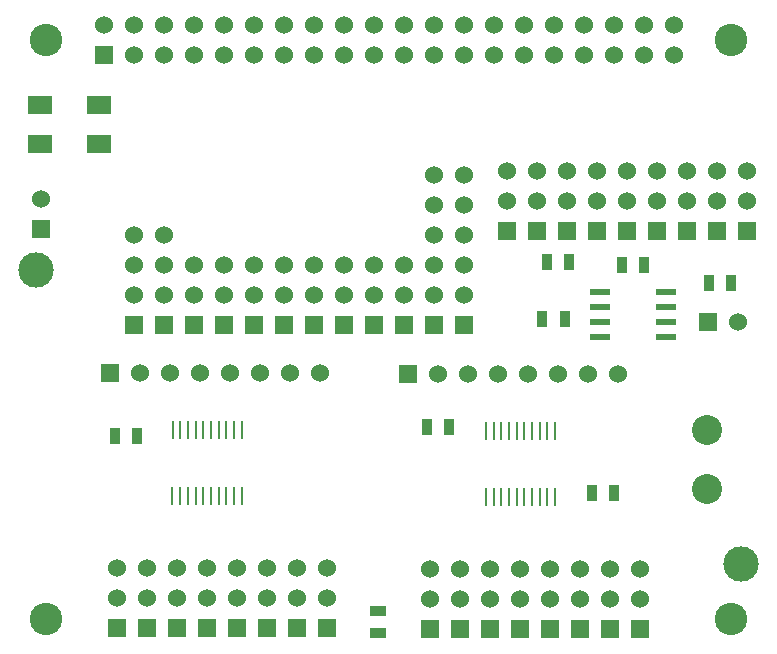
<source format=gts>
G04 (created by PCBNEW (2013-07-07 BZR 4022)-stable) date 3/5/2015 7:40:27 AM*
%MOIN*%
G04 Gerber Fmt 3.4, Leading zero omitted, Abs format*
%FSLAX34Y34*%
G01*
G70*
G90*
G04 APERTURE LIST*
%ADD10C,0.00590551*%
%ADD11R,0.06X0.06*%
%ADD12C,0.06*%
%ADD13R,0.08X0.06*%
%ADD14C,0.108268*%
%ADD15R,0.00984252X0.0610236*%
%ADD16R,0.035X0.055*%
%ADD17R,0.055X0.035*%
%ADD18R,0.065X0.0236*%
%ADD19C,0.11811*%
%ADD20C,0.1*%
G04 APERTURE END LIST*
G54D10*
G54D11*
X5295Y-10877D03*
G54D12*
X5295Y-9877D03*
X5295Y-8877D03*
X5295Y-7877D03*
G54D11*
X7295Y-10877D03*
G54D12*
X7295Y-9877D03*
X7295Y-8877D03*
G54D11*
X9295Y-10877D03*
G54D12*
X9295Y-9877D03*
X9295Y-8877D03*
G54D11*
X11295Y-10877D03*
G54D12*
X11295Y-9877D03*
X11295Y-8877D03*
G54D11*
X13295Y-10877D03*
G54D12*
X13295Y-9877D03*
X13295Y-8877D03*
G54D11*
X10295Y-10877D03*
G54D12*
X10295Y-9877D03*
X10295Y-8877D03*
G54D11*
X12295Y-10877D03*
G54D12*
X12295Y-9877D03*
X12295Y-8877D03*
G54D11*
X15295Y-10877D03*
G54D12*
X15295Y-9877D03*
X15295Y-8877D03*
X15295Y-7877D03*
X15295Y-6877D03*
X15295Y-5877D03*
G54D11*
X4295Y-10877D03*
G54D12*
X4295Y-9877D03*
X4295Y-8877D03*
X4295Y-7877D03*
G54D11*
X8295Y-10877D03*
G54D12*
X8295Y-9877D03*
X8295Y-8877D03*
G54D11*
X14295Y-10877D03*
G54D12*
X14295Y-9877D03*
X14295Y-8877D03*
X14295Y-7877D03*
X14295Y-6877D03*
X14295Y-5877D03*
G54D13*
X3150Y-3550D03*
X3150Y-4850D03*
G54D11*
X16750Y-7750D03*
G54D12*
X16750Y-6750D03*
X16750Y-5750D03*
G54D11*
X17750Y-7750D03*
G54D12*
X17750Y-6750D03*
X17750Y-5750D03*
G54D11*
X19750Y-7750D03*
G54D12*
X19750Y-6750D03*
X19750Y-5750D03*
G54D11*
X20750Y-7750D03*
G54D12*
X20750Y-6750D03*
X20750Y-5750D03*
G54D11*
X22750Y-7750D03*
G54D12*
X22750Y-6750D03*
X22750Y-5750D03*
G54D11*
X18750Y-7750D03*
G54D12*
X18750Y-6750D03*
X18750Y-5750D03*
G54D11*
X21750Y-7750D03*
G54D12*
X21750Y-6750D03*
X21750Y-5750D03*
G54D11*
X23750Y-7750D03*
G54D12*
X23750Y-6750D03*
X23750Y-5750D03*
G54D11*
X24750Y-7750D03*
G54D12*
X24750Y-6750D03*
X24750Y-5750D03*
G54D11*
X3295Y-1877D03*
G54D12*
X3295Y-877D03*
X8295Y-1877D03*
X4295Y-877D03*
X9295Y-1877D03*
X5295Y-877D03*
X10295Y-1877D03*
X6295Y-877D03*
X11295Y-1877D03*
X7295Y-877D03*
X12295Y-1877D03*
X8295Y-877D03*
X13295Y-1877D03*
X9295Y-877D03*
X14295Y-1877D03*
X10295Y-877D03*
X15295Y-1877D03*
X11295Y-877D03*
X16295Y-1877D03*
X12295Y-877D03*
X17295Y-1877D03*
X13295Y-877D03*
X18295Y-1877D03*
X14295Y-877D03*
X15295Y-877D03*
X19295Y-1877D03*
X16295Y-877D03*
X18295Y-877D03*
X19295Y-877D03*
X20295Y-877D03*
X21295Y-877D03*
X20295Y-1877D03*
X21295Y-1877D03*
X4295Y-1877D03*
X5295Y-1877D03*
X6295Y-1877D03*
X7295Y-1877D03*
X22295Y-1877D03*
X22295Y-877D03*
X17295Y-877D03*
G54D11*
X6295Y-10877D03*
G54D12*
X6295Y-9877D03*
X6295Y-8877D03*
X8500Y-12500D03*
X7500Y-12500D03*
G54D11*
X3500Y-12500D03*
G54D12*
X4500Y-12500D03*
X5500Y-12500D03*
X6500Y-12500D03*
X9500Y-12500D03*
X10500Y-12500D03*
G54D14*
X24212Y-20669D03*
X1377Y-20669D03*
X24212Y-1377D03*
X1377Y-1377D03*
G54D11*
X10750Y-21000D03*
G54D12*
X10750Y-20000D03*
X10750Y-19000D03*
G54D11*
X9750Y-21000D03*
G54D12*
X9750Y-20000D03*
X9750Y-19000D03*
G54D11*
X8750Y-21000D03*
G54D12*
X8750Y-20000D03*
X8750Y-19000D03*
G54D11*
X7750Y-21000D03*
G54D12*
X7750Y-20000D03*
X7750Y-19000D03*
G54D11*
X6750Y-21000D03*
G54D12*
X6750Y-20000D03*
X6750Y-19000D03*
G54D11*
X5750Y-21000D03*
G54D12*
X5750Y-20000D03*
X5750Y-19000D03*
G54D11*
X4750Y-21000D03*
G54D12*
X4750Y-20000D03*
X4750Y-19000D03*
G54D11*
X3750Y-21000D03*
G54D12*
X3750Y-20000D03*
X3750Y-19000D03*
G54D15*
X5588Y-16602D03*
X5854Y-16602D03*
X6110Y-16602D03*
X6366Y-16602D03*
X6622Y-16602D03*
X6877Y-16602D03*
X7133Y-16602D03*
X7389Y-16602D03*
X7645Y-16602D03*
X7901Y-16602D03*
X7901Y-14397D03*
X7645Y-14397D03*
X7389Y-14397D03*
X7133Y-14397D03*
X6877Y-14397D03*
X6622Y-14397D03*
X6366Y-14397D03*
X6110Y-14397D03*
X5854Y-14397D03*
X5598Y-14397D03*
G54D13*
X1181Y-3562D03*
X1181Y-4862D03*
G54D16*
X4425Y-14600D03*
X3675Y-14600D03*
G54D17*
X12440Y-20408D03*
X12440Y-21158D03*
G54D16*
X20565Y-8883D03*
X21315Y-8883D03*
G54D18*
X19840Y-11283D03*
X22040Y-11283D03*
X19840Y-10783D03*
X19840Y-10283D03*
X19840Y-9783D03*
X22040Y-10783D03*
X22040Y-10283D03*
X22040Y-9783D03*
G54D19*
X24550Y-18850D03*
X1050Y-9050D03*
G54D16*
X17925Y-10700D03*
X18675Y-10700D03*
X18065Y-8783D03*
X18815Y-8783D03*
G54D11*
X23440Y-10783D03*
G54D12*
X24440Y-10783D03*
G54D15*
X16029Y-16635D03*
X16295Y-16635D03*
X16551Y-16635D03*
X16807Y-16635D03*
X17062Y-16635D03*
X17318Y-16635D03*
X17574Y-16635D03*
X17830Y-16635D03*
X18086Y-16635D03*
X18342Y-16635D03*
X18342Y-14431D03*
X18086Y-14431D03*
X17830Y-14431D03*
X17574Y-14431D03*
X17318Y-14431D03*
X17062Y-14431D03*
X16807Y-14431D03*
X16551Y-14431D03*
X16295Y-14431D03*
X16039Y-14431D03*
G54D16*
X14815Y-14283D03*
X14065Y-14283D03*
X19565Y-16483D03*
X20315Y-16483D03*
G54D11*
X21190Y-21033D03*
G54D12*
X21190Y-20033D03*
X21190Y-19033D03*
G54D11*
X20190Y-21033D03*
G54D12*
X20190Y-20033D03*
X20190Y-19033D03*
G54D11*
X19190Y-21033D03*
G54D12*
X19190Y-20033D03*
X19190Y-19033D03*
G54D11*
X18190Y-21033D03*
G54D12*
X18190Y-20033D03*
X18190Y-19033D03*
G54D11*
X17190Y-21033D03*
G54D12*
X17190Y-20033D03*
X17190Y-19033D03*
G54D11*
X16190Y-21033D03*
G54D12*
X16190Y-20033D03*
X16190Y-19033D03*
G54D11*
X15190Y-21033D03*
G54D12*
X15190Y-20033D03*
X15190Y-19033D03*
G54D11*
X14190Y-21033D03*
G54D12*
X14190Y-20033D03*
X14190Y-19033D03*
X18440Y-12533D03*
X17440Y-12533D03*
G54D11*
X13440Y-12533D03*
G54D12*
X14440Y-12533D03*
X15440Y-12533D03*
X16440Y-12533D03*
X19440Y-12533D03*
X20440Y-12533D03*
G54D20*
X23400Y-14400D03*
X23400Y-16368D03*
G54D16*
X24225Y-9500D03*
X23475Y-9500D03*
G54D11*
X1200Y-7700D03*
G54D12*
X1200Y-6700D03*
M02*

</source>
